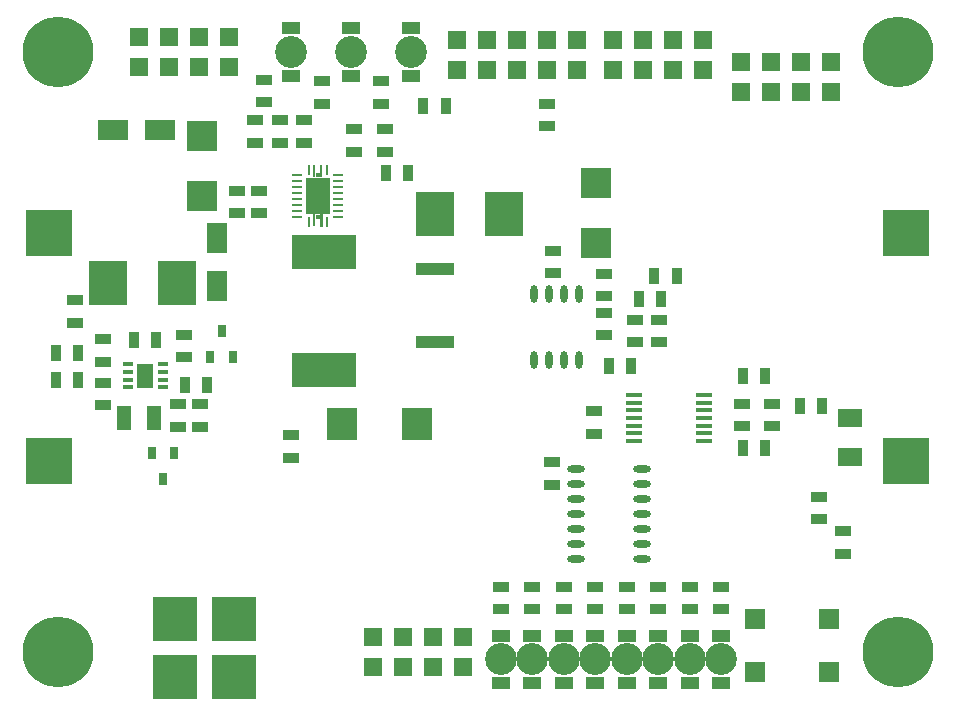
<source format=gbr>
G04 #@! TF.FileFunction,Soldermask,Bot*
%FSLAX46Y46*%
G04 Gerber Fmt 4.6, Leading zero omitted, Abs format (unit mm)*
G04 Created by KiCad (PCBNEW 4.0.1-3.201512221401+6198~38~ubuntu15.10.1-stable) date Út 19. leden 2016, 20:18:50 CET*
%MOMM*%
G01*
G04 APERTURE LIST*
%ADD10C,0.300000*%
%ADD11R,4.000000X4.000000*%
%ADD12R,1.397000X0.889000*%
%ADD13R,2.499360X2.550160*%
%ADD14R,0.889000X1.397000*%
%ADD15R,2.499360X1.800860*%
%ADD16R,1.800860X2.499360*%
%ADD17R,1.524000X1.524000*%
%ADD18R,3.810000X3.810000*%
%ADD19R,5.500000X3.000000*%
%ADD20C,6.000000*%
%ADD21R,0.800100X1.000760*%
%ADD22R,3.200000X1.000000*%
%ADD23R,2.032000X1.524000*%
%ADD24O,1.473200X0.609600*%
%ADD25R,1.676400X1.676400*%
%ADD26R,1.450000X0.450000*%
%ADD27R,0.850000X0.350000*%
%ADD28R,1.400000X2.000000*%
%ADD29R,2.550160X2.700020*%
%ADD30R,0.850000X0.280000*%
%ADD31R,2.050000X3.050000*%
%ADD32R,0.280000X0.850000*%
%ADD33R,0.280000X1.125000*%
%ADD34R,0.400000X0.450000*%
%ADD35C,0.600000*%
%ADD36R,3.330000X3.810000*%
%ADD37R,1.500000X1.050000*%
%ADD38C,2.700000*%
%ADD39R,1.200000X2.000000*%
%ADD40O,0.609600X1.473200*%
G04 APERTURE END LIST*
D10*
D11*
X4326500Y40511000D03*
X76826500Y40511000D03*
X4326500Y21211000D03*
X76826500Y21211000D03*
D12*
X8890000Y27876500D03*
X8890000Y25971500D03*
D13*
X17272000Y43718480D03*
X17272000Y48768000D03*
D12*
X20193000Y44132500D03*
X20193000Y42227500D03*
X8890000Y31559500D03*
X8890000Y29654500D03*
D14*
X11493500Y31496000D03*
X13398500Y31496000D03*
D12*
X21717000Y48196500D03*
X21717000Y50101500D03*
X22098000Y44132500D03*
X22098000Y42227500D03*
X15748000Y30035500D03*
X15748000Y31940500D03*
X32766000Y47434500D03*
X32766000Y49339500D03*
X24765000Y23431500D03*
X24765000Y21526500D03*
X50419000Y25463500D03*
X50419000Y23558500D03*
X62992000Y26098500D03*
X62992000Y24193500D03*
X69469000Y18224500D03*
X69469000Y16319500D03*
D14*
X63055500Y22352000D03*
X64960500Y22352000D03*
X63055500Y28448000D03*
X64960500Y28448000D03*
D12*
X53911500Y31305500D03*
X53911500Y33210500D03*
X46863000Y21145500D03*
X46863000Y19240500D03*
D15*
X9718040Y49276000D03*
X13716000Y49276000D03*
D16*
X18542000Y40098980D03*
X18542000Y36101020D03*
D17*
X19558000Y57150000D03*
X19558000Y54610000D03*
X17018000Y57150000D03*
X17018000Y54610000D03*
X14478000Y57150000D03*
X14478000Y54610000D03*
X11938000Y57150000D03*
X11938000Y54610000D03*
X49022000Y54356000D03*
X49022000Y56896000D03*
X38862000Y56896000D03*
X38862000Y54356000D03*
X43942000Y54356000D03*
X43942000Y56896000D03*
X46482000Y54356000D03*
X46482000Y56896000D03*
X41402000Y54356000D03*
X41402000Y56896000D03*
X31750000Y3810000D03*
X31750000Y6350000D03*
X34290000Y3810000D03*
X34290000Y6350000D03*
X36830000Y3810000D03*
X36830000Y6350000D03*
X39370000Y3810000D03*
X39370000Y6350000D03*
D18*
X14939000Y7874000D03*
X19939000Y7874000D03*
X14939000Y2921000D03*
X19939000Y2921000D03*
D17*
X62865000Y52451000D03*
X62865000Y54991000D03*
X65405000Y52451000D03*
X65405000Y54991000D03*
X67945000Y52451000D03*
X67945000Y54991000D03*
X59690000Y56896000D03*
X59690000Y54356000D03*
X57150000Y56896000D03*
X57150000Y54356000D03*
X54610000Y56896000D03*
X54610000Y54356000D03*
X52070000Y56896000D03*
X52070000Y54356000D03*
D19*
X27559000Y38909000D03*
X27559000Y28909000D03*
D20*
X76200000Y5080000D03*
X5080000Y55880000D03*
X5080000Y5080000D03*
X76200000Y55880000D03*
D21*
X18923000Y32214820D03*
X17970500Y30015180D03*
X19875500Y30015180D03*
D12*
X6477000Y32956500D03*
X6477000Y34861500D03*
D14*
X6794500Y28067000D03*
X4889500Y28067000D03*
X6794500Y30353000D03*
X4889500Y30353000D03*
D12*
X46482000Y51498500D03*
X46482000Y49593500D03*
D14*
X36004500Y51308000D03*
X37909500Y51308000D03*
D12*
X22479000Y51625500D03*
X22479000Y53530500D03*
X27432000Y51498500D03*
X27432000Y53403500D03*
X32385000Y51498500D03*
X32385000Y53403500D03*
D14*
X15811500Y27686000D03*
X17716500Y27686000D03*
D12*
X17081500Y26035000D03*
X17081500Y24130000D03*
X25908000Y48196500D03*
X25908000Y50101500D03*
X23876000Y48196500D03*
X23876000Y50101500D03*
D14*
X32829500Y45593000D03*
X34734500Y45593000D03*
D12*
X30099000Y49339500D03*
X30099000Y47434500D03*
D22*
X36957000Y37517000D03*
X36957000Y31317000D03*
D12*
X65532000Y24193500D03*
X65532000Y26098500D03*
D14*
X69786500Y25908000D03*
X67881500Y25908000D03*
D12*
X71501000Y13398500D03*
X71501000Y15303500D03*
X15240000Y24130000D03*
X15240000Y26035000D03*
D23*
X72136000Y21590000D03*
X72136000Y24892000D03*
D12*
X55943500Y33210500D03*
X55943500Y31305500D03*
D14*
X51689000Y29273500D03*
X53594000Y29273500D03*
D12*
X51308000Y35179000D03*
X51308000Y37084000D03*
X51308000Y31877000D03*
X51308000Y33782000D03*
X42545000Y8699500D03*
X42545000Y10604500D03*
X45212000Y8699500D03*
X45212000Y10604500D03*
X47879000Y8699500D03*
X47879000Y10604500D03*
X50546000Y8699500D03*
X50546000Y10604500D03*
X53213000Y8699500D03*
X53213000Y10604500D03*
X55880000Y8699500D03*
X55880000Y10604500D03*
X58547000Y8699500D03*
X58547000Y10604500D03*
D24*
X48895000Y12954000D03*
X48895000Y14224000D03*
X48895000Y15494000D03*
X48895000Y16764000D03*
X54483000Y16764000D03*
X54483000Y15494000D03*
X54483000Y14224000D03*
X54483000Y12954000D03*
X48895000Y18034000D03*
X48895000Y19304000D03*
X48895000Y20574000D03*
X54483000Y18034000D03*
X54483000Y19304000D03*
X54483000Y20574000D03*
D25*
X70333000Y7838000D03*
X70333000Y3338000D03*
X64033000Y7838000D03*
X64033000Y3338000D03*
D26*
X53819000Y22942000D03*
X53819000Y23592000D03*
X53819000Y24242000D03*
X53819000Y24892000D03*
X53819000Y25542000D03*
X53819000Y26192000D03*
X53819000Y26842000D03*
X59719000Y26842000D03*
X59719000Y26192000D03*
X59719000Y25542000D03*
X59719000Y24892000D03*
X59719000Y24242000D03*
X59719000Y23592000D03*
X59719000Y22942000D03*
D27*
X10971000Y28123000D03*
X10971000Y28773000D03*
X10971000Y29423000D03*
X13921000Y29423000D03*
X13921000Y28773000D03*
X13921000Y28123000D03*
X13921000Y27473000D03*
X10971000Y27473000D03*
D28*
X12446000Y28448000D03*
D29*
X35433000Y24384000D03*
X29083000Y24384000D03*
D17*
X70485000Y52451000D03*
X70485000Y54991000D03*
D30*
X25326000Y41938000D03*
D31*
X27051000Y43688000D03*
D30*
X25326000Y42438000D03*
X25326000Y42938000D03*
X25326000Y43438000D03*
X25326000Y43938000D03*
X25326000Y44438000D03*
X25326000Y44938000D03*
X25326000Y45438000D03*
D32*
X26301000Y45913000D03*
X27801000Y45913000D03*
D30*
X28776000Y45438000D03*
X28776000Y44938000D03*
X28776000Y44438000D03*
X28776000Y43938000D03*
X28776000Y43438000D03*
X28776000Y42938000D03*
X28776000Y42438000D03*
X28776000Y41938000D03*
D32*
X27801000Y41463000D03*
X26301000Y41463000D03*
D10*
G36*
X27491000Y41050500D02*
X27211000Y41050500D01*
X27211000Y42175500D01*
X27491000Y42175500D01*
X27491000Y41050500D01*
X27491000Y41050500D01*
G37*
D33*
X26751000Y41613000D03*
X26751000Y45763000D03*
X27351000Y45763000D03*
D34*
X27051000Y41938000D03*
X27051000Y45438000D03*
D35*
X27686000Y42545000D03*
X27686000Y44831000D03*
X26416000Y44831000D03*
X26416000Y42545000D03*
X27051000Y43688000D03*
D12*
X61214000Y8699500D03*
X61214000Y10604500D03*
D36*
X9282000Y36322000D03*
X15102000Y36322000D03*
X36968000Y42164000D03*
X42788000Y42164000D03*
D37*
X42545000Y2445000D03*
X42545000Y6445000D03*
D38*
X42545000Y4445000D03*
D37*
X45212000Y2445000D03*
X45212000Y6445000D03*
D38*
X45212000Y4445000D03*
D37*
X47879000Y2445000D03*
X47879000Y6445000D03*
D38*
X47879000Y4445000D03*
D37*
X50546000Y2445000D03*
X50546000Y6445000D03*
D38*
X50546000Y4445000D03*
D37*
X53213000Y2445000D03*
X53213000Y6445000D03*
D38*
X53213000Y4445000D03*
D37*
X55880000Y2445000D03*
X55880000Y6445000D03*
D38*
X55880000Y4445000D03*
D37*
X58547000Y2445000D03*
X58547000Y6445000D03*
D38*
X58547000Y4445000D03*
D37*
X61214000Y2445000D03*
X61214000Y6445000D03*
D38*
X61214000Y4445000D03*
D37*
X24765000Y53880000D03*
X24765000Y57880000D03*
D38*
X24765000Y55880000D03*
D37*
X29845000Y53880000D03*
X29845000Y57880000D03*
D38*
X29845000Y55880000D03*
D37*
X34925000Y53880000D03*
X34925000Y57880000D03*
D38*
X34925000Y55880000D03*
D39*
X10668000Y24892000D03*
X13208000Y24892000D03*
D12*
X46990000Y37147500D03*
X46990000Y39052500D03*
D13*
X50609500Y44752260D03*
X50609500Y39702740D03*
D40*
X49212500Y29781500D03*
X47942500Y29781500D03*
X46672500Y29781500D03*
X45402500Y29781500D03*
X45402500Y35369500D03*
X46672500Y35369500D03*
X47942500Y35369500D03*
X49212500Y35369500D03*
D14*
X56134000Y34988500D03*
X54229000Y34988500D03*
X57467500Y36893500D03*
X55562500Y36893500D03*
D21*
X13970000Y19728180D03*
X14922500Y21927820D03*
X13017500Y21927820D03*
M02*

</source>
